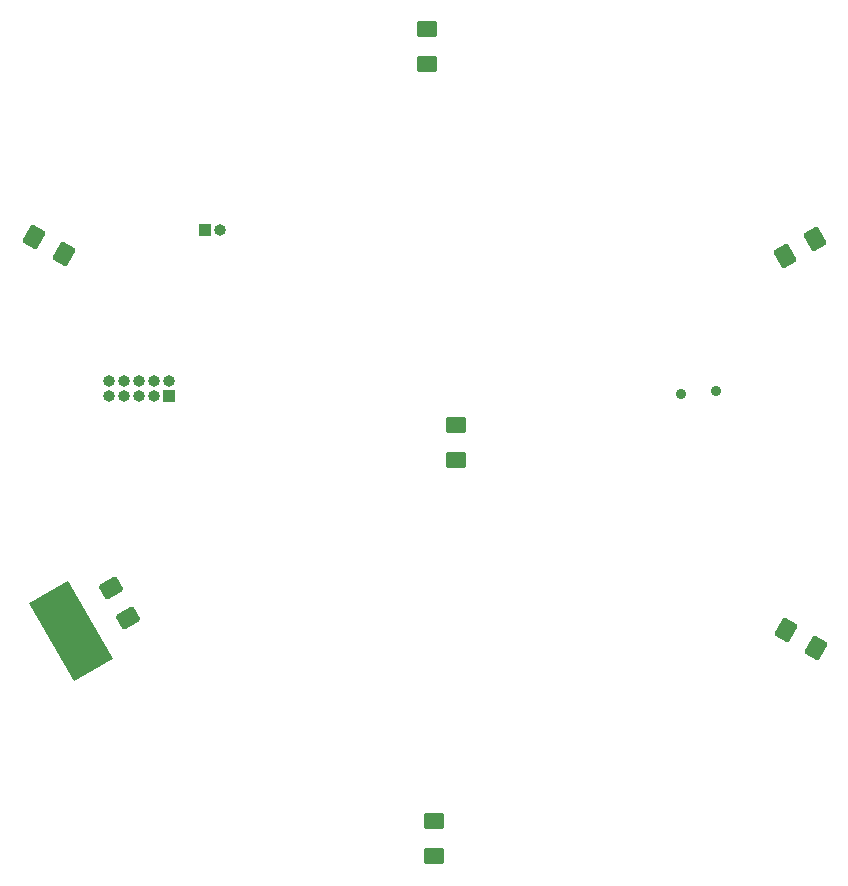
<source format=gbr>
%TF.GenerationSoftware,KiCad,Pcbnew,7.0.7*%
%TF.CreationDate,2023-12-19T22:40:54+02:00*%
%TF.ProjectId,snowflake,736e6f77-666c-4616-9b65-2e6b69636164,rev?*%
%TF.SameCoordinates,Original*%
%TF.FileFunction,Soldermask,Top*%
%TF.FilePolarity,Negative*%
%FSLAX46Y46*%
G04 Gerber Fmt 4.6, Leading zero omitted, Abs format (unit mm)*
G04 Created by KiCad (PCBNEW 7.0.7) date 2023-12-19 22:40:54*
%MOMM*%
%LPD*%
G01*
G04 APERTURE LIST*
G04 Aperture macros list*
%AMRoundRect*
0 Rectangle with rounded corners*
0 $1 Rounding radius*
0 $2 $3 $4 $5 $6 $7 $8 $9 X,Y pos of 4 corners*
0 Add a 4 corners polygon primitive as box body*
4,1,4,$2,$3,$4,$5,$6,$7,$8,$9,$2,$3,0*
0 Add four circle primitives for the rounded corners*
1,1,$1+$1,$2,$3*
1,1,$1+$1,$4,$5*
1,1,$1+$1,$6,$7*
1,1,$1+$1,$8,$9*
0 Add four rect primitives between the rounded corners*
20,1,$1+$1,$2,$3,$4,$5,0*
20,1,$1+$1,$4,$5,$6,$7,0*
20,1,$1+$1,$6,$7,$8,$9,0*
20,1,$1+$1,$8,$9,$2,$3,0*%
%AMRotRect*
0 Rectangle, with rotation*
0 The origin of the aperture is its center*
0 $1 length*
0 $2 width*
0 $3 Rotation angle, in degrees counterclockwise*
0 Add horizontal line*
21,1,$1,$2,0,0,$3*%
G04 Aperture macros list end*
%ADD10RoundRect,0.250001X0.713035X0.310016X-0.088036X0.772515X-0.713035X-0.310016X0.088036X-0.772515X0*%
%ADD11RoundRect,0.250001X-0.624999X0.462499X-0.624999X-0.462499X0.624999X-0.462499X0.624999X0.462499X0*%
%ADD12RoundRect,0.250001X0.624999X-0.462499X0.624999X0.462499X-0.624999X0.462499X-0.624999X-0.462499X0*%
%ADD13RoundRect,0.250001X0.772515X-0.088036X0.310016X0.713035X-0.772515X0.088036X-0.310016X-0.713035X0*%
%ADD14RoundRect,0.250001X-0.713035X-0.310016X0.088036X-0.772515X0.713035X0.310016X-0.088036X0.772515X0*%
%ADD15RoundRect,0.250001X-0.088036X-0.772515X0.713035X-0.310016X0.088036X0.772515X-0.713035X0.310016X0*%
%ADD16RotRect,3.810000X7.620000X30.000000*%
%ADD17R,1.000000X1.000000*%
%ADD18O,1.000000X1.000000*%
%ADD19C,0.900000*%
G04 APERTURE END LIST*
D10*
%TO.C,D6*%
X106175913Y-77553350D03*
X103599487Y-76065850D03*
%TD*%
D11*
%TO.C,D4*%
X137439400Y-125552200D03*
X137439400Y-128527200D03*
%TD*%
D12*
%TO.C,D1*%
X136855200Y-61456900D03*
X136855200Y-58481900D03*
%TD*%
D13*
%TO.C,D5*%
X111589350Y-108374613D03*
X110101850Y-105798187D03*
%TD*%
D14*
%TO.C,D3*%
X167284400Y-109347000D03*
X169860826Y-110834500D03*
%TD*%
D15*
%TO.C,D2*%
X167175687Y-77705750D03*
X169752113Y-76218250D03*
%TD*%
D12*
%TO.C,D7*%
X139369800Y-94934100D03*
X139369800Y-91959100D03*
%TD*%
D16*
%TO.C,AE1*%
X106702038Y-109448600D03*
%TD*%
D17*
%TO.C,J2*%
X118110000Y-75488800D03*
D18*
X119380000Y-75488800D03*
%TD*%
D17*
%TO.C,J1*%
X115036600Y-89509600D03*
D18*
X115036600Y-88239600D03*
X113766600Y-89509600D03*
X113766600Y-88239600D03*
X112496600Y-89509600D03*
X112496600Y-88239600D03*
X111226600Y-89509600D03*
X111226600Y-88239600D03*
X109956600Y-89509600D03*
X109956600Y-88239600D03*
%TD*%
D19*
%TO.C,SW1*%
X161382984Y-89095733D03*
X158394400Y-89357200D03*
%TD*%
M02*

</source>
